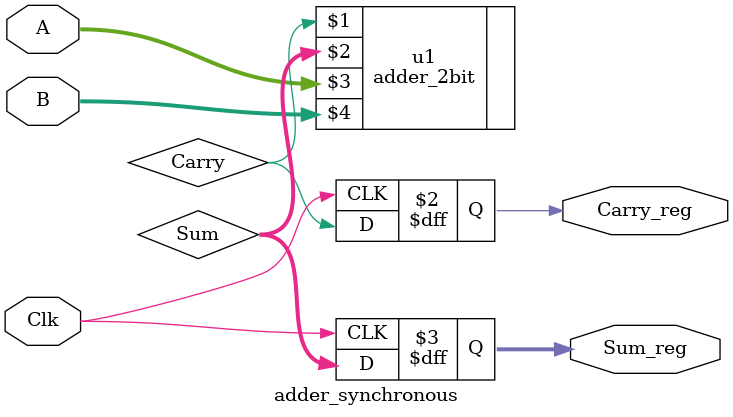
<source format=v>
`timescale 1ns / 1ps
`default_nettype none


module adder_synchronous(Carry_reg, Sum_reg, Clk, A, B);
    //outputs
    output reg Carry_reg;
    output reg [1:0] Sum_reg;
    //inputs
    input wire Clk;
    input wire [1:0] A,B;

    reg [1:0] A_reg, B_reg;
    wire Carry;
    wire [1:0] Sum;
    
    //instantiation of 2bit adder
    adder_2bit u1(Carry,Sum,A,B);   
    
    //reg storage
    always@(posedge Clk)
        begin
            A_reg <= A;
            B_reg <= B;
            Carry_reg <= Carry;
            Sum_reg <= Sum;
        end
endmodule

</source>
